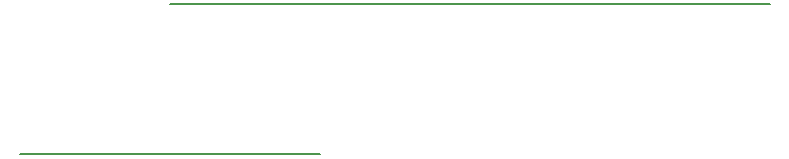
<source format=gtl>
G04 TFLN Photonic Modulator - Top Copper Layer*
G04 Generated by LightRail AI Design Tools*
G04 Date: 2026-01-30 09:28:49*
%FSLAX36Y36*%
%MOIN*%
%ADD10C,0.006*%
%ADD11C,0.008*%
%ADD12C,0.010*%
%ADD13R,0.050X0.050*%
%ADD14C,0.040*%
G01*
D10*
X1000000Y1000000D02*
X2000000Y1000000D01*
G04 Traveling Wave Electrode - 50 Ohm*
X1500000Y1500000D02*
X3500000Y1500000D01*
G04 Ground Plane Cutouts*
%LPD*%
M02*

</source>
